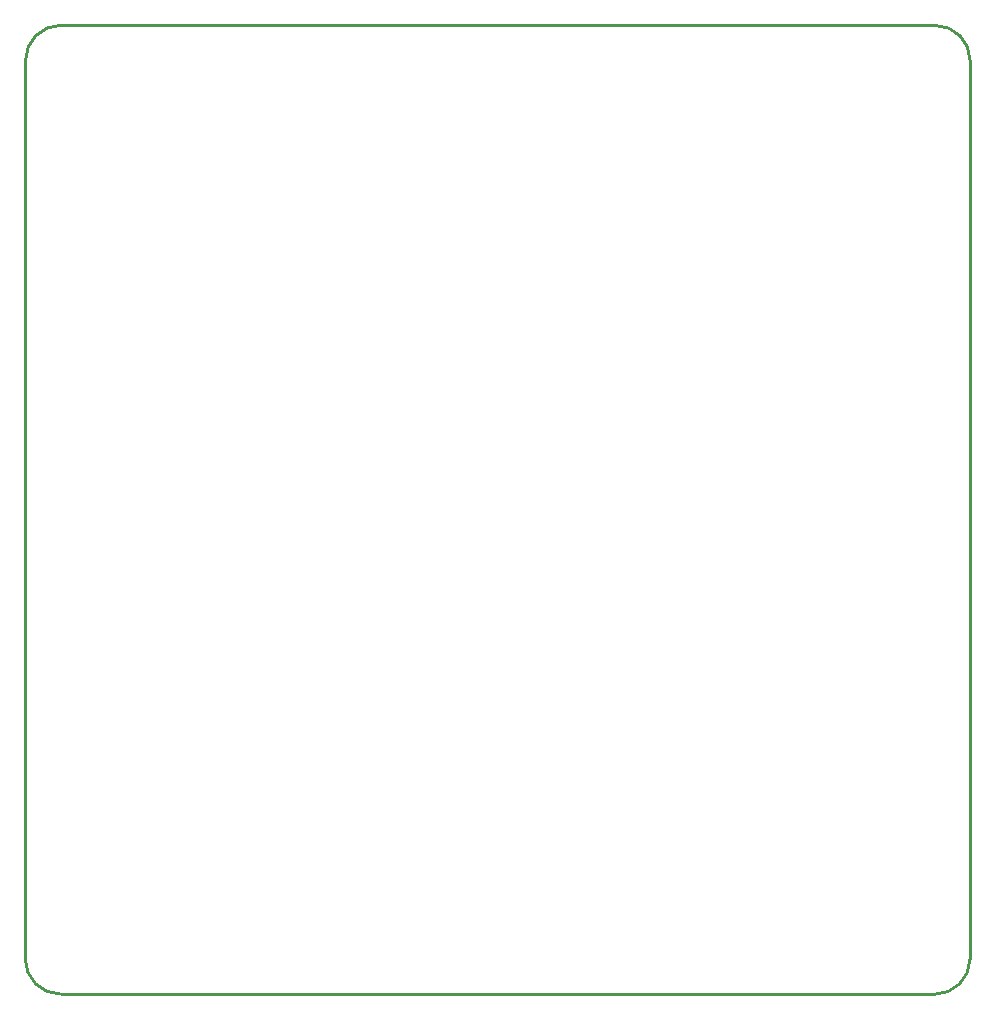
<source format=gko>
G04 Layer: BoardOutlineLayer*
G04 EasyEDA v6.5.14, 2022-08-21 10:02:06*
G04 f0c9403b1c134f068d22612342c05ff7,da7caadd334e45d081e68ba313aefb3e,10*
G04 Gerber Generator version 0.2*
G04 Scale: 100 percent, Rotated: No, Reflected: No *
G04 Dimensions in millimeters *
G04 leading zeros omitted , absolute positions ,4 integer and 5 decimal *
%FSLAX45Y45*%
%MOMM*%

%ADD10C,0.2540*%
D10*
X10388600Y3776705D02*
G01*
X10388600Y-3823281D01*
X2388615Y-3823284D02*
G01*
X2388615Y3776703D01*
X2689994Y4079991D02*
G01*
X10089979Y4079991D01*
X10088600Y-4123283D02*
G01*
X2688615Y-4123283D01*
G75*
G01*
X10089980Y4079992D02*
G02*
X10389979Y3779992I0J-300000D01*
G75*
G01*
X2688615Y-4123284D02*
G02*
X2388616Y-3823284I0J300000D01*
G75*
G01*
X10388600Y-3823284D02*
G02*
X10088601Y-4123284I-299999J0D01*
G75*
G01*
X2389995Y3779992D02*
G02*
X2689995Y4079992I300000J0D01*

%LPD*%
M02*

</source>
